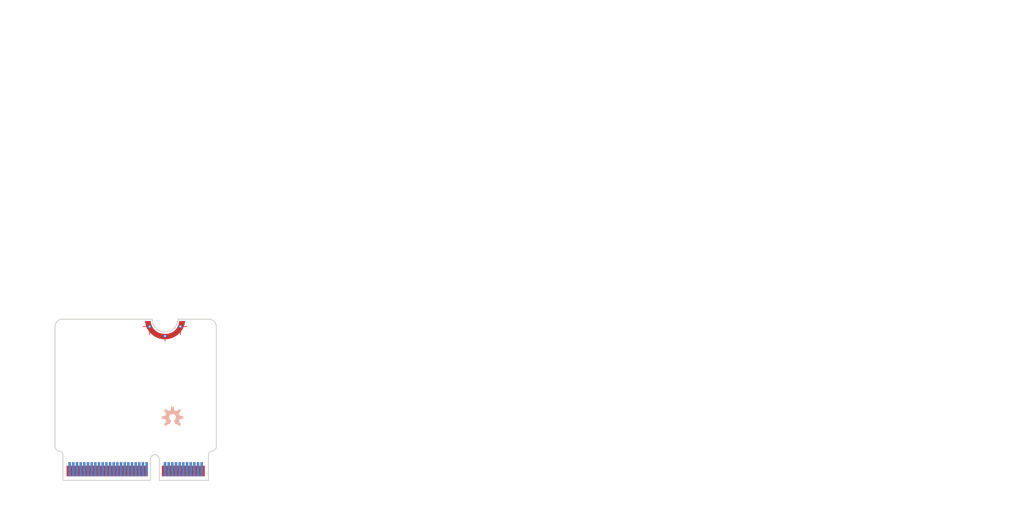
<source format=kicad_pcb>
(kicad_pcb (version 20171130) (host pcbnew "(5.1.6)-1")

  (general
    (thickness 1.6)
    (drawings 25)
    (tracks 0)
    (zones 0)
    (modules 4)
    (nets 53)
  )

  (page A4)
  (layers
    (0 Top signal)
    (1 In1.Cu signal)
    (2 In2.Cu signal)
    (31 Bottom signal)
    (32 B.Adhes user)
    (33 F.Adhes user)
    (34 B.Paste user)
    (35 F.Paste user)
    (36 B.SilkS user)
    (37 F.SilkS user)
    (38 B.Mask user)
    (39 F.Mask user)
    (40 Dwgs.User user)
    (41 Cmts.User user)
    (42 Eco1.User user)
    (43 Eco2.User user)
    (44 Edge.Cuts user)
    (45 Margin user)
    (46 B.CrtYd user)
    (47 F.CrtYd user)
    (48 B.Fab user)
    (49 F.Fab user)
  )

  (setup
    (last_trace_width 0.25)
    (trace_clearance 0.127)
    (zone_clearance 0.508)
    (zone_45_only no)
    (trace_min 0.127)
    (via_size 0.8)
    (via_drill 0.4)
    (via_min_size 0.4)
    (via_min_drill 0.2)
    (uvia_size 0.3)
    (uvia_drill 0.1)
    (uvias_allowed no)
    (uvia_min_size 0.2)
    (uvia_min_drill 0.1)
    (edge_width 0.05)
    (segment_width 0.2)
    (pcb_text_width 0.3)
    (pcb_text_size 1.5 1.5)
    (mod_edge_width 0.12)
    (mod_text_size 1 1)
    (mod_text_width 0.15)
    (pad_size 1.524 1.524)
    (pad_drill 0.762)
    (pad_to_mask_clearance 0.05)
    (aux_axis_origin 0 0)
    (visible_elements 7FFFFFFF)
    (pcbplotparams
      (layerselection 0x010fc_ffffffff)
      (usegerberextensions false)
      (usegerberattributes true)
      (usegerberadvancedattributes true)
      (creategerberjobfile true)
      (excludeedgelayer true)
      (linewidth 0.100000)
      (plotframeref false)
      (viasonmask false)
      (mode 1)
      (useauxorigin false)
      (hpglpennumber 1)
      (hpglpenspeed 20)
      (hpglpendiameter 15.000000)
      (psnegative false)
      (psa4output false)
      (plotreference true)
      (plotvalue true)
      (plotinvisibletext false)
      (padsonsilk false)
      (subtractmaskfromsilk false)
      (outputformat 1)
      (mirror false)
      (drillshape 1)
      (scaleselection 1)
      (outputdirectory ""))
  )

  (net 0 "")
  (net 1 3.3V)
  (net 2 GND)
  (net 3 V_USB)
  (net 4 /~RESET)
  (net 5 /39-BATT/3)
  (net 6 /0-~BOOT~)
  (net 7 /33-G6/RTC)
  (net 8 /32-G5/RTC)
  (net 9 /21-SDA)
  (net 10 /22-SCL)
  (net 11 /19-CIPO)
  (net 12 /23-COPI)
  (net 13 /18-SCK)
  (net 14 /5-~CS)
  (net 15 /17-G3/TX1/AUD_OUT)
  (net 16 /16-G4/RX1/AUD_IN)
  (net 17 /4-I2C_~INT)
  (net 18 /15-G0)
  (net 19 /13-PWM0)
  (net 20 /12-PWM1)
  (net 21 /14-D0)
  (net 22 /27-D1)
  (net 23 /26-G2/AUD_BCLK/SDA1)
  (net 24 /25-G1/AUD_LRCLK/SCL1)
  (net 25 /35-A1)
  (net 26 /34-A0)
  (net 27 /D+)
  (net 28 /D-)
  (net 29 "Net-(J1-Pad72)")
  (net 30 "Net-(J1-Pad70)")
  (net 31 "Net-(J1-Pad69)")
  (net 32 "Net-(J1-Pad68)")
  (net 33 "Net-(J1-Pad67)")
  (net 34 "Net-(J1-Pad66)")
  (net 35 "Net-(J1-Pad65)")
  (net 36 "Net-(J1-Pad64)")
  (net 37 "Net-(J1-Pad63)")
  (net 38 "Net-(J1-Pad62)")
  (net 39 "Net-(J1-Pad60)")
  (net 40 "Net-(J1-Pad58)")
  (net 41 "Net-(J1-Pad43)")
  (net 42 "Net-(J1-Pad41)")
  (net 43 "Net-(J1-Pad37)")
  (net 44 "Net-(J1-Pad35)")
  (net 45 "Net-(J1-Pad23)")
  (net 46 "Net-(J1-Pad22)")
  (net 47 "Net-(J1-Pad21)")
  (net 48 "Net-(J1-Pad20)")
  (net 49 "Net-(J1-Pad15)")
  (net 50 "Net-(J1-Pad13)")
  (net 51 "Net-(J1-Pad8)")
  (net 52 "Net-(J1-Pad4)")

  (net_class Default "This is the default net class."
    (clearance 0.127)
    (trace_width 0.25)
    (via_dia 0.8)
    (via_drill 0.4)
    (uvia_dia 0.3)
    (uvia_drill 0.1)
    (add_net /0-~BOOT~)
    (add_net /12-PWM1)
    (add_net /13-PWM0)
    (add_net /14-D0)
    (add_net /15-G0)
    (add_net /16-G4/RX1/AUD_IN)
    (add_net /17-G3/TX1/AUD_OUT)
    (add_net /18-SCK)
    (add_net /19-CIPO)
    (add_net /21-SDA)
    (add_net /22-SCL)
    (add_net /23-COPI)
    (add_net /25-G1/AUD_LRCLK/SCL1)
    (add_net /26-G2/AUD_BCLK/SDA1)
    (add_net /27-D1)
    (add_net /32-G5/RTC)
    (add_net /33-G6/RTC)
    (add_net /34-A0)
    (add_net /35-A1)
    (add_net /39-BATT/3)
    (add_net /4-I2C_~INT)
    (add_net /5-~CS)
    (add_net /D+)
    (add_net /D-)
    (add_net /~RESET)
    (add_net 3.3V)
    (add_net GND)
    (add_net "Net-(J1-Pad13)")
    (add_net "Net-(J1-Pad15)")
    (add_net "Net-(J1-Pad20)")
    (add_net "Net-(J1-Pad21)")
    (add_net "Net-(J1-Pad22)")
    (add_net "Net-(J1-Pad23)")
    (add_net "Net-(J1-Pad35)")
    (add_net "Net-(J1-Pad37)")
    (add_net "Net-(J1-Pad4)")
    (add_net "Net-(J1-Pad41)")
    (add_net "Net-(J1-Pad43)")
    (add_net "Net-(J1-Pad58)")
    (add_net "Net-(J1-Pad60)")
    (add_net "Net-(J1-Pad62)")
    (add_net "Net-(J1-Pad63)")
    (add_net "Net-(J1-Pad64)")
    (add_net "Net-(J1-Pad65)")
    (add_net "Net-(J1-Pad66)")
    (add_net "Net-(J1-Pad67)")
    (add_net "Net-(J1-Pad68)")
    (add_net "Net-(J1-Pad69)")
    (add_net "Net-(J1-Pad70)")
    (add_net "Net-(J1-Pad72)")
    (add_net "Net-(J1-Pad8)")
    (add_net V_USB)
  )

  (module SparkFun_MicroMod_ESP32:M.2-CARD-E-22 (layer Top) (tedit 5F941D9E) (tstamp 5F94128D)
    (at 148.5011 114.365617)
    (path /449C7C68)
    (fp_text reference J1 (at 0 0) (layer F.SilkS) hide
      (effects (font (size 1.27 1.27) (thickness 0.15)))
    )
    (fp_text value MICROMOD-2222 (at 0 0) (layer F.SilkS) hide
      (effects (font (size 1.27 1.27) (thickness 0.15)))
    )
    (fp_line (start 9.925 0) (end 3.225 0) (layer Dwgs.User) (width 0.0508))
    (fp_line (start 2.025 0) (end -9.925 0) (layer Dwgs.User) (width 0.0508))
    (fp_line (start -9.925 0) (end -9.925 -3.5) (layer Dwgs.User) (width 0.0508))
    (fp_line (start 9.925 -3.5) (end 9.925 0) (layer Dwgs.User) (width 0.0508))
    (fp_poly (pts (xy 10 -4) (xy -10 -4) (xy -10 -2) (xy 10 -2)) (layer Dwgs.User) (width 0))
    (fp_poly (pts (xy 10 -4) (xy -10 -4) (xy -10 -2) (xy 10 -2)) (layer Dwgs.User) (width 0))
    (fp_poly (pts (xy 11 -5.2) (xy -11 -5.2) (xy -11 -4) (xy 11 -4)) (layer Dwgs.User) (width 0))
    (fp_line (start 10 -22) (end 5.75 -22) (layer Dwgs.User) (width 0.0508))
    (fp_line (start 2.25 -22) (end -10 -22) (layer Dwgs.User) (width 0.0508))
    (fp_line (start -11 -21) (end -11 -4.6) (layer Dwgs.User) (width 0.0508))
    (fp_line (start 3.225 -2.9) (end 3.225 0) (layer Dwgs.User) (width 0.0508))
    (fp_line (start 2.025 -2.9) (end 2.025 0) (layer Dwgs.User) (width 0.0508))
    (fp_line (start 11 -21) (end 11 -4.6) (layer Dwgs.User) (width 0.05))
    (fp_line (start -10.3 -0.55) (end 10.7 -0.55) (layer F.Fab) (width 0.02))
    (fp_poly (pts (xy 1.25 -21.75) (xy 2.05 -21.75) (xy 2.08842 -21.461827) (xy 2.171447 -21.183213)
      (xy 2.297037 -20.921017) (xy 2.462097 -20.681696) (xy 2.662563 -20.471142) (xy 2.893499 -20.29454)
      (xy 3.149218 -20.156239) (xy 3.423424 -20.059644) (xy 4 -20) (xy 4.290635 -20.007133)
      (xy 4.576576 -20.059644) (xy 4.850782 -20.156239) (xy 5.106501 -20.29454) (xy 5.337437 -20.471142)
      (xy 5.537903 -20.681696) (xy 5.702963 -20.921017) (xy 5.828553 -21.183213) (xy 5.95 -21.75)
      (xy 6.75 -21.75) (xy 6.686952 -21.386065) (xy 6.576451 -21.033626) (xy 6.420427 -20.698842)
      (xy 6.221608 -20.387564) (xy 5.983467 -20.10523) (xy 5.710166 -19.856774) (xy 5.40648 -19.646539)
      (xy 5.077718 -19.478197) (xy 4.729623 -19.354691) (xy 4.368279 -19.27818) (xy 4 -19.25)
      (xy 3.630811 -19.275627) (xy 3.268334 -19.35024) (xy 2.919037 -19.472506) (xy 2.589157 -19.640244)
      (xy 2.284581 -19.85046) (xy 2.010746 -20.099401) (xy 1.77254 -20.382623) (xy 1.574215 -20.695072)
      (xy 1.419311 -21.031169)) (layer Top) (width 0))
    (fp_poly (pts (xy 1.25 -22) (xy 2.25 -22) (xy 2.276586 -21.696116) (xy 2.355538 -21.401465)
      (xy 2.484456 -21.125) (xy 2.659422 -20.875122) (xy 2.875122 -20.659422) (xy 3.125 -20.484456)
      (xy 3.401465 -20.355538) (xy 3.696116 -20.276586) (xy 4 -20.25) (xy 4.303884 -20.276586)
      (xy 4.598535 -20.355538) (xy 4.875 -20.484456) (xy 5.124878 -20.659422) (xy 5.340578 -20.875122)
      (xy 5.515544 -21.125) (xy 5.644462 -21.401465) (xy 5.75 -22) (xy 6.75 -22)
      (xy 6.726473 -21.641053) (xy 6.656296 -21.288248) (xy 6.540669 -20.947621) (xy 6.38157 -20.625)
      (xy 6.181722 -20.325906) (xy 5.944544 -20.055456) (xy 5.674094 -19.818278) (xy 5.375 -19.61843)
      (xy 5.052379 -19.459331) (xy 4.711752 -19.343704) (xy 4 -19.25) (xy 3.641053 -19.273527)
      (xy 3.288248 -19.343704) (xy 2.947621 -19.459331) (xy 2.625 -19.61843) (xy 2.325906 -19.818278)
      (xy 2.055456 -20.055456) (xy 1.818278 -20.325906) (xy 1.61843 -20.625) (xy 1.459331 -20.947621)
      (xy 1.343704 -21.288248) (xy 1.273527 -21.641053)) (layer F.Mask) (width 0))
    (fp_poly (pts (xy 6.75 -22) (xy 5.75 -22) (xy 5.723414 -21.696116) (xy 5.644462 -21.401465)
      (xy 5.515544 -21.125) (xy 5.340578 -20.875122) (xy 5.124878 -20.659422) (xy 4.875 -20.484456)
      (xy 4.598535 -20.355538) (xy 4.303884 -20.276586) (xy 4 -20.25) (xy 3.696116 -20.276586)
      (xy 3.401465 -20.355538) (xy 3.125 -20.484456) (xy 2.875122 -20.659422) (xy 2.659422 -20.875122)
      (xy 2.484456 -21.125) (xy 2.355538 -21.401465) (xy 2.276586 -21.696116) (xy 2.25 -22)
      (xy 1.25 -22) (xy 1.273527 -21.641053) (xy 1.343704 -21.288248) (xy 1.459331 -20.947621)
      (xy 1.61843 -20.625) (xy 1.818278 -20.325906) (xy 2.055456 -20.055456) (xy 2.325906 -19.818278)
      (xy 2.625 -19.61843) (xy 2.947621 -19.459331) (xy 3.288248 -19.343704) (xy 3.641053 -19.273527)
      (xy 4 -19.25) (xy 4.358947 -19.273527) (xy 4.711752 -19.343704) (xy 5.052379 -19.459331)
      (xy 5.375 -19.61843) (xy 5.674094 -19.818278) (xy 5.944544 -20.055456) (xy 6.181722 -20.325906)
      (xy 6.38157 -20.625) (xy 6.540669 -20.947621) (xy 6.656296 -21.288248)) (layer B.Mask) (width 0))
    (fp_line (start 1.9 -21) (end 1 -21) (layer Top) (width 0.1016))
    (fp_line (start 1.9 -21) (end 1.9 -19.9) (layer Top) (width 0.1016))
    (fp_line (start 4 -19.7) (end 4 -19) (layer Top) (width 0.1016))
    (fp_line (start 6.1 -21) (end 6.1 -19.9) (layer Top) (width 0.1016))
    (fp_line (start 6.1 -21) (end 7 -21) (layer Top) (width 0.1016))
    (fp_poly (pts (xy 6.75 -21.75) (xy 5.95 -21.75) (xy 5.91158 -21.461827) (xy 5.828553 -21.183213)
      (xy 5.702963 -20.921017) (xy 5.537903 -20.681696) (xy 5.337437 -20.471142) (xy 5.106501 -20.29454)
      (xy 4.850782 -20.156239) (xy 4.576576 -20.059644) (xy 4 -20) (xy 3.709365 -20.007133)
      (xy 3.423424 -20.059644) (xy 3.149218 -20.156239) (xy 2.893499 -20.29454) (xy 2.662563 -20.471142)
      (xy 2.462097 -20.681696) (xy 2.297037 -20.921017) (xy 2.171447 -21.183213) (xy 2.05 -21.75)
      (xy 1.25 -21.75) (xy 1.25 -21.749999) (xy 1.313048 -21.386064) (xy 1.42355 -21.033626)
      (xy 1.579573 -20.698842) (xy 1.778393 -20.387563) (xy 2.016534 -20.10523) (xy 2.289835 -19.856774)
      (xy 2.59352 -19.646539) (xy 2.922282 -19.478198) (xy 3.270377 -19.354692) (xy 4 -19.25)
      (xy 3.999999 -19.25) (xy 4.369188 -19.275627) (xy 4.731666 -19.35024) (xy 5.080962 -19.472506)
      (xy 5.410842 -19.640244) (xy 5.715418 -19.85046) (xy 5.989253 -20.099401) (xy 6.227459 -20.382623)
      (xy 6.425784 -20.695072) (xy 6.580688 -21.03117)) (layer In1.Cu) (width 0))
    (fp_line (start 6.1 -21) (end 7 -21) (layer In1.Cu) (width 0.1016))
    (fp_line (start 6.1 -21) (end 6.1 -19.9) (layer In1.Cu) (width 0.1016))
    (fp_line (start 4 -19.7) (end 4 -19) (layer In1.Cu) (width 0.1016))
    (fp_line (start 1.9 -21) (end 1.9 -19.9) (layer In1.Cu) (width 0.1016))
    (fp_line (start 1.9 -21) (end 1 -21) (layer In1.Cu) (width 0.1016))
    (fp_arc (start 4 -22) (end 6.75 -22) (angle 180) (layer Dwgs.User) (width 0.0508))
    (fp_arc (start 4 -22) (end 5.75 -22) (angle 180) (layer Dwgs.User) (width 0.0508))
    (fp_arc (start -9.975 -20.975) (end -11 -21) (angle 87.205638) (layer Dwgs.User) (width 0.05))
    (fp_arc (start 9.975 -20.975) (end 10 -22) (angle 87.205638) (layer Dwgs.User) (width 0.05))
    (fp_arc (start -10.382675 -4.617324) (end -11 -4.6) (angle -86.784874) (layer Dwgs.User) (width 0.05))
    (fp_arc (start 10.382675 -4.617324) (end 10.4 -4) (angle -86.784874) (layer Dwgs.User) (width 0.05))
    (fp_arc (start 2.625 -2.9) (end 3.225 -2.9) (angle -180) (layer Dwgs.User) (width 0.0508))
    (fp_arc (start 4 -22) (end 5.75 -22) (angle 180) (layer Dwgs.User) (width 0.0508))
    (fp_text user 2222 (at 0 -21) (layer Dwgs.User)
      (effects (font (size 0.285 0.285) (thickness 0.024)) (justify right top))
    )
    (fp_arc (start -10.44103 -3.485396) (end -10.4 -4) (angle 83.820277) (layer Dwgs.User) (width 0.0508))
    (fp_arc (start 10.43557 -3.490583) (end 10.4 -4) (angle -84.949116) (layer Dwgs.User) (width 0.0508))
    (pad GND2 thru_hole circle (at 4 -19.7) (size 0.454 0.454) (drill 0.2) (layers *.Cu *.Mask)
      (net 2 GND) (solder_mask_margin 0.1016))
    (pad GND3 thru_hole circle (at 6.1 -21) (size 0.454 0.454) (drill 0.2) (layers *.Cu *.Mask)
      (net 2 GND) (solder_mask_margin 0.1016))
    (pad GND1 thru_hole circle (at 1.9 -21) (size 0.454 0.454) (drill 0.2) (layers *.Cu *.Mask)
      (net 2 GND) (solder_mask_margin 0.1016))
    (pad 75 smd rect (at -9.25 -1.275 180) (size 0.35 1.45) (layers Top F.Mask)
      (net 2 GND) (solder_mask_margin 0.1016))
    (pad 74 smd rect (at -9 -1.525) (size 0.35 1.95) (layers Bottom B.Mask)
      (net 1 3.3V) (solder_mask_margin 0.1016))
    (pad 73 smd rect (at -8.75 -1.275 180) (size 0.35 1.45) (layers Top F.Mask)
      (net 8 /32-G5/RTC) (solder_mask_margin 0.1016))
    (pad 72 smd rect (at -8.5 -1.525) (size 0.35 1.95) (layers Bottom B.Mask)
      (net 29 "Net-(J1-Pad72)") (solder_mask_margin 0.1016))
    (pad 71 smd rect (at -8.25 -1.275 180) (size 0.35 1.45) (layers Top F.Mask)
      (net 7 /33-G6/RTC) (solder_mask_margin 0.1016))
    (pad 70 smd rect (at -8 -1.525) (size 0.35 1.95) (layers Bottom B.Mask)
      (net 30 "Net-(J1-Pad70)") (solder_mask_margin 0.1016))
    (pad 69 smd rect (at -7.75 -1.275 180) (size 0.35 1.45) (layers Top F.Mask)
      (net 31 "Net-(J1-Pad69)") (solder_mask_margin 0.1016))
    (pad 68 smd rect (at -7.5 -1.525) (size 0.35 1.95) (layers Bottom B.Mask)
      (net 32 "Net-(J1-Pad68)") (solder_mask_margin 0.1016))
    (pad 67 smd rect (at -7.25 -1.275 180) (size 0.35 1.45) (layers Top F.Mask)
      (net 33 "Net-(J1-Pad67)") (solder_mask_margin 0.1016))
    (pad 66 smd rect (at -7 -1.525) (size 0.35 1.95) (layers Bottom B.Mask)
      (net 34 "Net-(J1-Pad66)") (solder_mask_margin 0.1016))
    (pad 65 smd rect (at -6.75 -1.275 180) (size 0.35 1.45) (layers Top F.Mask)
      (net 35 "Net-(J1-Pad65)") (solder_mask_margin 0.1016))
    (pad 64 smd rect (at -6.5 -1.525) (size 0.35 1.95) (layers Bottom B.Mask)
      (net 36 "Net-(J1-Pad64)") (solder_mask_margin 0.1016))
    (pad 63 smd rect (at -6.25 -1.275 180) (size 0.35 1.45) (layers Top F.Mask)
      (net 37 "Net-(J1-Pad63)") (solder_mask_margin 0.1016))
    (pad 62 smd rect (at -6 -1.525) (size 0.35 1.95) (layers Bottom B.Mask)
      (net 38 "Net-(J1-Pad62)") (solder_mask_margin 0.1016))
    (pad 61 smd rect (at -5.75 -1.275 180) (size 0.35 1.45) (layers Top F.Mask)
      (net 11 /19-CIPO) (solder_mask_margin 0.1016))
    (pad 60 smd rect (at -5.5 -1.525) (size 0.35 1.95) (layers Bottom B.Mask)
      (net 39 "Net-(J1-Pad60)") (solder_mask_margin 0.1016))
    (pad 59 smd rect (at -5.25 -1.275 180) (size 0.35 1.45) (layers Top F.Mask)
      (net 12 /23-COPI) (solder_mask_margin 0.1016))
    (pad 58 smd rect (at -5 -1.525) (size 0.35 1.95) (layers Bottom B.Mask)
      (net 40 "Net-(J1-Pad58)") (solder_mask_margin 0.1016))
    (pad 57 smd rect (at -4.75 -1.275 180) (size 0.35 1.45) (layers Top F.Mask)
      (net 13 /18-SCK) (solder_mask_margin 0.1016))
    (pad 56 smd rect (at -4.5 -1.525) (size 0.35 1.95) (layers Bottom B.Mask)
      (net 15 /17-G3/TX1/AUD_OUT) (solder_mask_margin 0.1016))
    (pad 55 smd rect (at -4.25 -1.275 180) (size 0.35 1.45) (layers Top F.Mask)
      (net 14 /5-~CS) (solder_mask_margin 0.1016))
    (pad 54 smd rect (at -4 -1.525) (size 0.35 1.95) (layers Bottom B.Mask)
      (net 16 /16-G4/RX1/AUD_IN) (solder_mask_margin 0.1016))
    (pad 53 smd rect (at -3.75 -1.275 180) (size 0.35 1.45) (layers Top F.Mask)
      (net 24 /25-G1/AUD_LRCLK/SCL1) (solder_mask_margin 0.1016))
    (pad 52 smd rect (at -3.5 -1.525) (size 0.35 1.95) (layers Bottom B.Mask)
      (net 24 /25-G1/AUD_LRCLK/SCL1) (solder_mask_margin 0.1016))
    (pad 51 smd rect (at -3.25 -1.275 180) (size 0.35 1.45) (layers Top F.Mask)
      (net 23 /26-G2/AUD_BCLK/SDA1) (solder_mask_margin 0.1016))
    (pad 50 smd rect (at -3 -1.525) (size 0.35 1.95) (layers Bottom B.Mask)
      (net 23 /26-G2/AUD_BCLK/SDA1) (solder_mask_margin 0.1016))
    (pad 49 smd rect (at -2.75 -1.275 180) (size 0.35 1.45) (layers Top F.Mask)
      (net 5 /39-BATT/3) (solder_mask_margin 0.1016))
    (pad 48 smd rect (at -2.5 -1.525) (size 0.35 1.95) (layers Bottom B.Mask)
      (net 16 /16-G4/RX1/AUD_IN) (solder_mask_margin 0.1016))
    (pad 47 smd rect (at -2.25 -1.275 180) (size 0.35 1.45) (layers Top F.Mask)
      (net 20 /12-PWM1) (solder_mask_margin 0.1016))
    (pad 46 smd rect (at -2 -1.525) (size 0.35 1.95) (layers Bottom B.Mask)
      (net 15 /17-G3/TX1/AUD_OUT) (solder_mask_margin 0.1016))
    (pad 45 smd rect (at -1.75 -1.275 180) (size 0.35 1.45) (layers Top F.Mask)
      (net 2 GND) (solder_mask_margin 0.1016))
    (pad 44 smd rect (at -1.5 -1.525) (size 0.35 1.95) (layers Bottom B.Mask)
      (net 23 /26-G2/AUD_BCLK/SDA1) (solder_mask_margin 0.1016))
    (pad 43 smd rect (at -1.25 -1.275 180) (size 0.35 1.45) (layers Top F.Mask)
      (net 41 "Net-(J1-Pad43)") (solder_mask_margin 0.1016))
    (pad 42 smd rect (at -1 -1.525) (size 0.35 1.95) (layers Bottom B.Mask)
      (net 24 /25-G1/AUD_LRCLK/SCL1) (solder_mask_margin 0.1016))
    (pad 41 smd rect (at -0.75 -1.275 180) (size 0.35 1.45) (layers Top F.Mask)
      (net 42 "Net-(J1-Pad41)") (solder_mask_margin 0.1016))
    (pad 40 smd rect (at -0.5 -1.525) (size 0.35 1.95) (layers Bottom B.Mask)
      (net 18 /15-G0) (solder_mask_margin 0.1016))
    (pad 39 smd rect (at -0.25 -1.275 180) (size 0.35 1.45) (layers Top F.Mask)
      (net 2 GND) (solder_mask_margin 0.1016))
    (pad 38 smd rect (at 0 -1.525) (size 0.35 1.95) (layers Bottom B.Mask)
      (net 25 /35-A1) (solder_mask_margin 0.1016))
    (pad 37 smd rect (at 0.25 -1.275 180) (size 0.35 1.45) (layers Top F.Mask)
      (net 43 "Net-(J1-Pad37)") (solder_mask_margin 0.1016))
    (pad 36 smd rect (at 0.5 -1.525) (size 0.35 1.95) (layers Bottom B.Mask)
      (net 2 GND) (solder_mask_margin 0.1016))
    (pad 35 smd rect (at 0.75 -1.275 180) (size 0.35 1.45) (layers Top F.Mask)
      (net 44 "Net-(J1-Pad35)") (solder_mask_margin 0.1016))
    (pad 34 smd rect (at 1 -1.525) (size 0.35 1.95) (layers Bottom B.Mask)
      (net 26 /34-A0) (solder_mask_margin 0.1016))
    (pad 33 smd rect (at 1.25 -1.275 180) (size 0.35 1.45) (layers Top F.Mask)
      (net 2 GND) (solder_mask_margin 0.1016))
    (pad 32 smd rect (at 1.5 -1.525) (size 0.35 1.95) (layers Bottom B.Mask)
      (net 19 /13-PWM0) (solder_mask_margin 0.1016))
    (pad 23 smd rect (at 3.75 -1.275 180) (size 0.35 1.45) (layers Top F.Mask)
      (net 45 "Net-(J1-Pad23)") (solder_mask_margin 0.1016))
    (pad 22 smd rect (at 4 -1.525) (size 0.35 1.95) (layers Bottom B.Mask)
      (net 46 "Net-(J1-Pad22)") (solder_mask_margin 0.1016))
    (pad 21 smd rect (at 4.25 -1.275 180) (size 0.35 1.45) (layers Top F.Mask)
      (net 47 "Net-(J1-Pad21)") (solder_mask_margin 0.1016))
    (pad 20 smd rect (at 4.5 -1.525) (size 0.35 1.95) (layers Bottom B.Mask)
      (net 48 "Net-(J1-Pad20)") (solder_mask_margin 0.1016))
    (pad 19 smd rect (at 4.75 -1.275 180) (size 0.35 1.45) (layers Top F.Mask)
      (net 16 /16-G4/RX1/AUD_IN) (solder_mask_margin 0.1016))
    (pad 18 smd rect (at 5 -1.525) (size 0.35 1.95) (layers Bottom B.Mask)
      (net 22 /27-D1) (solder_mask_margin 0.1016))
    (pad 17 smd rect (at 5.25 -1.275 180) (size 0.35 1.45) (layers Top F.Mask)
      (net 15 /17-G3/TX1/AUD_OUT) (solder_mask_margin 0.1016))
    (pad 16 smd rect (at 5.5 -1.525) (size 0.35 1.95) (layers Bottom B.Mask)
      (net 17 /4-I2C_~INT) (solder_mask_margin 0.1016))
    (pad 15 smd rect (at 5.75 -1.275 180) (size 0.35 1.45) (layers Top F.Mask)
      (net 49 "Net-(J1-Pad15)") (solder_mask_margin 0.1016))
    (pad 14 smd rect (at 6 -1.525) (size 0.35 1.95) (layers Bottom B.Mask)
      (net 10 /22-SCL) (solder_mask_margin 0.1016))
    (pad 13 smd rect (at 6.25 -1.275 180) (size 0.35 1.45) (layers Top F.Mask)
      (net 50 "Net-(J1-Pad13)") (solder_mask_margin 0.1016))
    (pad 12 smd rect (at 6.5 -1.525) (size 0.35 1.95) (layers Bottom B.Mask)
      (net 9 /21-SDA) (solder_mask_margin 0.1016))
    (pad 11 smd rect (at 6.75 -1.275 180) (size 0.35 1.45) (layers Top F.Mask)
      (net 6 /0-~BOOT~) (solder_mask_margin 0.1016))
    (pad 10 smd rect (at 7 -1.525) (size 0.35 1.95) (layers Bottom B.Mask)
      (net 21 /14-D0) (solder_mask_margin 0.1016))
    (pad 9 smd rect (at 7.25 -1.275 180) (size 0.35 1.45) (layers Top F.Mask)
      (net 3 V_USB) (solder_mask_margin 0.1016))
    (pad 8 smd rect (at 7.5 -1.525) (size 0.35 1.95) (layers Bottom B.Mask)
      (net 51 "Net-(J1-Pad8)") (solder_mask_margin 0.1016))
    (pad 7 smd rect (at 7.75 -1.275 180) (size 0.35 1.45) (layers Top F.Mask)
      (net 2 GND) (solder_mask_margin 0.1016))
    (pad 6 smd rect (at 8 -1.525) (size 0.35 1.95) (layers Bottom B.Mask)
      (net 4 /~RESET) (solder_mask_margin 0.1016))
    (pad 5 smd rect (at 8.25 -1.275 180) (size 0.35 1.45) (layers Top F.Mask)
      (net 28 /D-) (solder_mask_margin 0.1016))
    (pad 4 smd rect (at 8.5 -1.525) (size 0.35 1.95) (layers Bottom B.Mask)
      (net 52 "Net-(J1-Pad4)") (solder_mask_margin 0.1016))
    (pad 3 smd rect (at 8.75 -1.275 180) (size 0.35 1.45) (layers Top F.Mask)
      (net 27 /D+) (solder_mask_margin 0.1016))
    (pad 2 smd rect (at 9 -1.525) (size 0.35 1.95) (layers Bottom B.Mask)
      (net 1 3.3V) (solder_mask_margin 0.1016))
    (pad 1 smd rect (at 9.25 -1.275 180) (size 0.35 1.45) (layers Top F.Mask)
      (net 2 GND) (solder_mask_margin 0.1016))
  )

  (module SparkFun_MicroMod_ESP32:CREATIVE_COMMONS (layer Top) (tedit 0) (tstamp 5F94315F)
    (at 184.4 63.75)
    (descr "<h3>Creative Commons License Template</h3>\n<p>CC BY-SA 4.0 License with <a href=\"https://creativecommons.org/licenses/by-sa/4.0/\">link to license</a> and placeholder for designer name.</p>\n<p>Devices using:\n<ul><li>FRAME_LEDGER</li>\n<li>FRAME_LETTER</li></ul></p>")
    (path /CC96BE8F)
    (fp_text reference FRAME1 (at -32.6 -5.55) (layer F.SilkS) hide
      (effects (font (size 1.27 1.27) (thickness 0.15)))
    )
    (fp_text value FRAME-LEDGER (at -10.9 -5.15) (layer F.SilkS) hide
      (effects (font (size 1.27 1.27) (thickness 0.15)))
    )
    (fp_text user " https://creativecommons.org/licenses/by-sa/4.0/" (at -2.1 -9.55) (layer F.Fab)
      (effects (font (size 1.6891 1.6891) (thickness 0.14224)) (justify left bottom))
    )
    (fp_text user "Released under the Creative Commons Attribution Share-Alike 4.0 License" (at -15.1 -12.85) (layer F.Fab)
      (effects (font (size 1.6891 1.6891) (thickness 0.14224)) (justify left bottom))
    )
  )

  (module SparkFun_MicroMod_ESP32:ORDERING_INSTRUCTIONS (layer Top) (tedit 0) (tstamp 5F9414EB)
    (at 167.9811 62.1)
    (descr "<h3>Special Ordering Instructions Alert</h3>\n<p>Indicates that the PCB material, colors, copper weights, and/or thickness are non-standard.</p>\n<p>(Standard is 1.6mm FR4, 1 oz copper, immersion silver plating, red soldermask, white silkscreen.)</p>\n<p>Use 0.7\" Vector font @ 8% ratio")
    (path /994F8438)
    (fp_text reference LOGO1 (at -7.0811 -3.7) (layer F.SilkS) hide
      (effects (font (size 1.27 1.27) (thickness 0.15)))
    )
    (fp_text value SPECIAL_INSTRUCTIONS-ORDERING (at -7.6811 -6.7) (layer Dwgs.User)
      (effects (font (size 1.27 1.27) (thickness 0.15)))
    )
    (fp_line (start 0 0) (end 101.6 0) (layer F.Fab) (width 0.2032))
    (fp_line (start 101.6 0) (end 101.6 8.89) (layer F.Fab) (width 0.2032))
    (fp_line (start 101.6 8.89) (end 101.6 50.8) (layer F.Fab) (width 0.2032))
    (fp_line (start 101.6 50.8) (end 0 50.8) (layer F.Fab) (width 0.2032))
    (fp_line (start 0 50.8) (end 0 8.89) (layer F.Fab) (width 0.2032))
    (fp_line (start 0 8.89) (end 0 0) (layer F.Fab) (width 0.2032))
    (fp_line (start 0 8.89) (end 101.6 8.89) (layer F.Fab) (width 0.2032))
    (fp_text user "(Add these comments when uploading gerbers.)" (at 1.27 6.35) (layer F.Fab)
      (effects (font (size 1.6891 1.6891) (thickness 0.14224)) (justify left top))
    )
    (fp_text user "Ordering Instructions:" (at 1.27 1.27) (layer F.Fab)
      (effects (font (size 2.8956 2.8956) (thickness 0.4572)) (justify left top))
    )
  )

  (module SparkFun_MicroMod_ESP32:OSHW-LOGO-S (layer Bottom) (tedit 0) (tstamp 5F9416FD)
    (at 153.5285 105.780417 180)
    (descr "<h3>Open-Source Hardware (OSHW) Logo - Small - Silkscreen</h3>\n<p>Silkscreen logo for open-source hardware designs.</p>\n<p>Devices using:\n<ul><li>OSHW_LOGO</li></ul></p>")
    (path /03FD88E0)
    (fp_text reference LOGO3 (at 0 0 180) (layer B.SilkS) hide
      (effects (font (size 1.27 1.27) (thickness 0.15)) (justify mirror))
    )
    (fp_text value OSHW-LOGOS (at 0 0 180) (layer B.SilkS) hide
      (effects (font (size 1.27 1.27) (thickness 0.15)) (justify mirror))
    )
    (fp_poly (pts (xy 0.3947 -0.9528) (xy 0.5465 -0.8746) (xy 0.9235 -1.182) (xy 1.182 -0.9235)
      (xy 0.8746 -0.5465) (xy 1.0049 -0.232) (xy 1.4888 -0.1828) (xy 1.4888 0.1828)
      (xy 1.0049 0.232) (xy 0.8746 0.5465) (xy 1.182 0.9235) (xy 0.9235 1.182)
      (xy 0.5465 0.8746) (xy 0.394664 0.952817) (xy 0.232 1.0049) (xy 0.1828 1.4888)
      (xy -0.1828 1.4888) (xy -0.232 1.0049) (xy -0.5465 0.8746) (xy -0.9235 1.182)
      (xy -1.182 0.9235) (xy -0.8746 0.5465) (xy -1.0049 0.232) (xy -1.4888 0.1828)
      (xy -1.4888 -0.1828) (xy -1.0049 -0.232) (xy -0.8746 -0.5465) (xy -1.182 -0.9235)
      (xy -0.9235 -1.182) (xy -0.5465 -0.8746) (xy -0.472221 -0.916847) (xy -0.3947 -0.9528)
      (xy -0.1794 -0.4331) (xy -0.179399 -0.4331) (xy -0.3315 -0.331493) (xy -0.4688 0)
      (xy -0.446639 0.142321) (xy -0.382309 0.271193) (xy -0.281885 0.374447) (xy -0.154849 0.442333)
      (xy -0.013199 0.468439) (xy 0.129691 0.450302) (xy 0.260326 0.389633) (xy 0.366372 0.292161)
      (xy 0.437814 0.167091) (xy 0.467906 0.026234) (xy 0.453806 -0.117111) (xy 0.396846 -0.249406)
      (xy 0.302405 -0.358159) (xy 0.1794 -0.4331)) (layer B.SilkS) (width 0))
  )

  (gr_text "Route\nOut" (at 152.5011 92.365617) (layer Dwgs.User)
    (effects (font (size 0.4 0.4) (thickness 0.05)))
  )
  (gr_text "0.8mm PCB\n" (at 145 120.6) (layer Dwgs.User)
    (effects (font (size 1 1) (thickness 0.15)))
  )
  (gr_text "Chamfered Edge" (at 144.3 118.7) (layer Dwgs.User)
    (effects (font (size 1 1) (thickness 0.15)))
  )
  (gr_line (start 138.5761 114.365617) (end 150.5261 114.365617) (layer Edge.Cuts) (width 0.127) (tstamp 5F945038))
  (gr_arc (start 152.5011 92.365617) (end 154.2511 92.365617) (angle 180) (layer Edge.Cuts) (width 0.127) (tstamp 14871B70))
  (gr_arc (start 152.5 92.3) (end 154.3 92.3) (angle -180) (layer Dwgs.User) (width 0.1))
  (gr_line (start 158.4261 114.365617) (end 151.7261 114.365617) (layer Edge.Cuts) (width 0.127) (tstamp 14870310))
  (gr_line (start 138.5761 114.365617) (end 138.5761 110.865617) (layer Edge.Cuts) (width 0.127) (tstamp 14870950))
  (gr_line (start 158.4261 110.865617) (end 158.4261 114.365617) (layer Edge.Cuts) (width 0.127) (tstamp 14872390))
  (gr_arc (start 158.93667 110.875034) (end 158.9011 110.365617) (angle -84.949116) (layer Edge.Cuts) (width 0.127) (tstamp 14872070))
  (gr_arc (start 138.060069 110.880221) (end 138.1011 110.365617) (angle 83.820277) (layer Edge.Cuts) (width 0.127) (tstamp 14870A90))
  (gr_line (start 158.5011 92.365617) (end 154.2511 92.365617) (layer Edge.Cuts) (width 0.127) (tstamp 14872750))
  (gr_line (start 150.7511 92.365617) (end 138.5011 92.365617) (layer Edge.Cuts) (width 0.127) (tstamp 14872430))
  (gr_line (start 137.5011 93.365617) (end 137.5011 109.765617) (layer Edge.Cuts) (width 0.127) (tstamp 14871530))
  (gr_line (start 151.7261 111.465617) (end 151.7261 114.365617) (layer Edge.Cuts) (width 0.127) (tstamp 148724D0))
  (gr_line (start 150.5261 111.465617) (end 150.5261 114.365617) (layer Edge.Cuts) (width 0.127) (tstamp 148706D0))
  (gr_arc (start 151.1261 111.465617) (end 151.7261 111.465617) (angle -180) (layer Edge.Cuts) (width 0.127) (tstamp 148721B0))
  (gr_line (start 159.5011 93.365617) (end 159.5011 109.765617) (layer Edge.Cuts) (width 0.127) (tstamp 14871670))
  (gr_arc (start 158.883775 109.748293) (end 158.9011 110.365617) (angle -86.784874) (layer Edge.Cuts) (width 0.127) (tstamp 148712B0))
  (gr_arc (start 138.118424 109.748293) (end 137.5011 109.765617) (angle -86.784874) (layer Edge.Cuts) (width 0.127) (tstamp 14872570))
  (gr_arc (start 158.4761 93.390617) (end 158.5011 92.365617) (angle 87.205638) (layer Edge.Cuts) (width 0.127) (tstamp 148727F0))
  (gr_arc (start 138.526099 93.390617) (end 137.5011 93.365617) (angle 87.205638) (layer Edge.Cuts) (width 0.127) (tstamp 148710D0))
  (gr_text "0.8mm PCB\nENIG Finish\n45 degree chamfered edge\nFour layer design" (at 169.2511 82.615617) (layer F.Fab) (tstamp 14872110)
    (effects (font (size 1.6891 1.6891) (thickness 0.2667)) (justify left bottom))
  )
  (dimension 22 (width 0.1) (layer Dwgs.User)
    (gr_text "22.000 mm" (at 133.7111 103.365617 90) (layer Dwgs.User)
      (effects (font (size 1 1) (thickness 0.15)))
    )
    (feature1 (pts (xy 137.5011 92.365617) (xy 134.374679 92.365617)))
    (feature2 (pts (xy 137.5011 114.365617) (xy 134.374679 114.365617)))
    (crossbar (pts (xy 134.9611 114.365617) (xy 134.9611 92.365617)))
    (arrow1a (pts (xy 134.9611 92.365617) (xy 135.547521 93.492121)))
    (arrow1b (pts (xy 134.9611 92.365617) (xy 134.374679 93.492121)))
    (arrow2a (pts (xy 134.9611 114.365617) (xy 135.547521 113.239113)))
    (arrow2b (pts (xy 134.9611 114.365617) (xy 134.374679 113.239113)))
  )
  (dimension 22 (width 0.1) (layer Dwgs.User)
    (gr_text "22.000 mm" (at 148.5011 87.715617) (layer Dwgs.User)
      (effects (font (size 1 1) (thickness 0.15)))
    )
    (feature1 (pts (xy 159.5011 92.365617) (xy 159.5011 88.379196)))
    (feature2 (pts (xy 137.5011 92.365617) (xy 137.5011 88.379196)))
    (crossbar (pts (xy 137.5011 88.965617) (xy 159.5011 88.965617)))
    (arrow1a (pts (xy 159.5011 88.965617) (xy 158.374596 89.552038)))
    (arrow1b (pts (xy 159.5011 88.965617) (xy 158.374596 88.379196)))
    (arrow2a (pts (xy 137.5011 88.965617) (xy 138.627604 89.552038)))
    (arrow2b (pts (xy 137.5011 88.965617) (xy 138.627604 88.379196)))
  )

)

</source>
